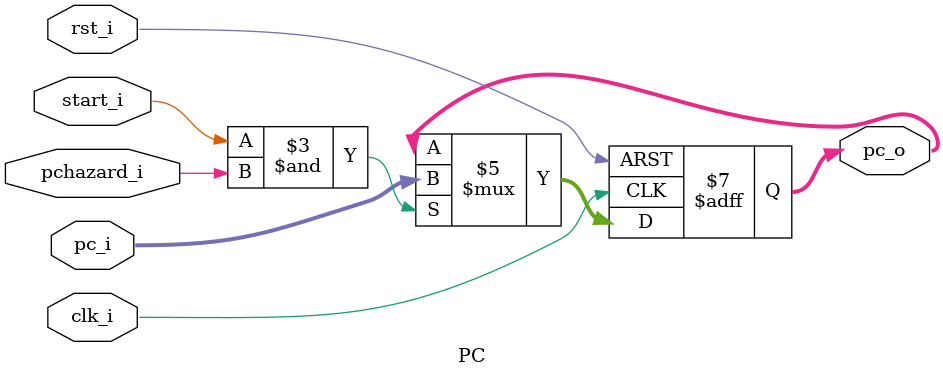
<source format=v>
module PC
(
    clk_i,
    rst_i,
    start_i,
    pchazard_i,
    pc_i,
    pc_o
);

// Ports
input               clk_i;
input               rst_i;
input               start_i;
input               pchazard_i; // 0: has hazard(stall), 1: no hazard
input   [31:0]      pc_i;
output  [31:0]      pc_o;

// Wires & Registers
reg     [31:0]      pc_o;

always@(posedge clk_i or negedge rst_i) begin
    if(~rst_i) begin
        pc_o <= 32'b0;
    end
    else begin
        if(start_i & pchazard_i)
            pc_o <= pc_i;
        else
            pc_o <= pc_o;
    end
end

endmodule

</source>
